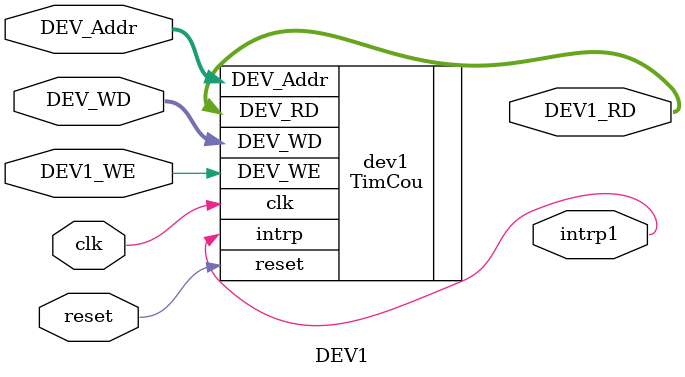
<source format=v>
`timescale 1ns / 1ps
module DEV1(
    input [31:0] DEV_WD,
	 input DEV1_WE,
	 input [31:0] DEV_Addr,
	 output [31:0] DEV1_RD,
    output intrp1,
    input clk,
    input reset
    );
	 
	 TimCou dev1(.DEV_WD(DEV_WD), .DEV_WE(DEV1_WE), .DEV_Addr(DEV_Addr), .DEV_RD(DEV1_RD), .intrp(intrp1), .clk(clk), .reset(reset));

endmodule

</source>
